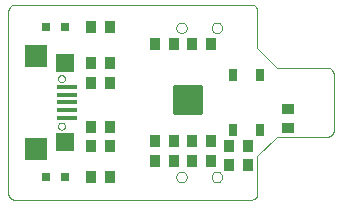
<source format=gbr>
G04 PROTEUS RS274X GERBER FILE*
%FSLAX45Y45*%
%MOMM*%
G01*
%ADD15R,1.700000X0.400000*%
%ADD16R,1.900000X1.900000*%
%ADD17R,1.500000X1.500000*%
%AMPPAD044*
4,1,36,
1.148970,-1.247470,
1.172980,-1.240200,
1.194580,-1.228650,
1.213290,-1.213290,
1.228650,-1.194570,
1.240200,-1.172980,
1.247470,-1.148970,
1.250000,-1.123000,
1.250000,1.123000,
1.247470,1.148970,
1.240200,1.172980,
1.228650,1.194570,
1.213290,1.213290,
1.194580,1.228650,
1.172980,1.240200,
1.148970,1.247470,
1.123000,1.250000,
-1.123000,1.250000,
-1.148970,1.247470,
-1.172980,1.240200,
-1.194580,1.228650,
-1.213290,1.213290,
-1.228650,1.194570,
-1.240200,1.172980,
-1.247470,1.148970,
-1.250000,1.123000,
-1.250000,-1.123000,
-1.247470,-1.148970,
-1.240200,-1.172980,
-1.228650,-1.194570,
-1.213290,-1.213290,
-1.194580,-1.228650,
-1.172980,-1.240200,
-1.148970,-1.247470,
-1.123000,-1.250000,
1.123000,-1.250000,
1.148970,-1.247470,
0*%
%ADD50PPAD044*%
%ADD23R,0.700000X1.000000*%
%ADD26R,0.900000X1.050000*%
%ADD27R,0.800000X0.800000*%
%ADD28R,1.050000X0.900000*%
%ADD29C,0.025400*%
D15*
X-101600Y+130000D03*
X-101600Y+65000D03*
X-101600Y+0D03*
X-101600Y-65000D03*
X-101600Y-130000D03*
D16*
X-361600Y-395000D03*
D17*
X-116600Y-335000D03*
X-116600Y+335000D03*
D16*
X-361600Y+395000D03*
D50*
X+928500Y+25000D03*
D23*
X+1533100Y+228600D03*
X+1533100Y-231400D03*
X+1308100Y-231400D03*
X+1308100Y+228600D03*
D26*
X+104140Y+168100D03*
X+264140Y+168100D03*
D27*
X-279320Y-634540D03*
X-114320Y-634540D03*
X-279320Y+635460D03*
X-114320Y+635460D03*
D26*
X+264140Y+333200D03*
X+104140Y+333200D03*
X+806450Y-330200D03*
X+646450Y-330200D03*
X+104140Y-634540D03*
X+264140Y-634540D03*
X+101680Y+635460D03*
X+261680Y+635460D03*
X+958850Y+495299D03*
X+1118850Y+495299D03*
X+264140Y-206550D03*
X+104140Y-206550D03*
X+264140Y-371650D03*
X+104140Y-371650D03*
X+646450Y+495299D03*
X+806450Y+495299D03*
D28*
X+1771650Y-55901D03*
X+1771650Y-215901D03*
D26*
X+1117600Y-495301D03*
X+957600Y-495301D03*
X+1117600Y-330201D03*
X+957600Y-330201D03*
X+806450Y-495301D03*
X+646450Y-495301D03*
X+1429700Y-367700D03*
X+1269700Y-367700D03*
X+1269700Y-532800D03*
X+1429700Y-532800D03*
D29*
X-116600Y-200000D02*
X-116703Y-197511D01*
X-117545Y-192531D01*
X-119305Y-187551D01*
X-122182Y-182571D01*
X-126583Y-177655D01*
X-131563Y-174041D01*
X-136543Y-171736D01*
X-141523Y-170433D01*
X-146503Y-170000D01*
X-146600Y-170000D01*
X-176600Y-200000D02*
X-176497Y-197511D01*
X-175655Y-192531D01*
X-173895Y-187551D01*
X-171018Y-182571D01*
X-166617Y-177655D01*
X-161637Y-174041D01*
X-156657Y-171736D01*
X-151677Y-170433D01*
X-146697Y-170000D01*
X-146600Y-170000D01*
X-176600Y-200000D02*
X-176497Y-202489D01*
X-175655Y-207469D01*
X-173895Y-212449D01*
X-171018Y-217429D01*
X-166617Y-222345D01*
X-161637Y-225959D01*
X-156657Y-228264D01*
X-151677Y-229567D01*
X-146697Y-230000D01*
X-146600Y-230000D01*
X-116600Y-200000D02*
X-116703Y-202489D01*
X-117545Y-207469D01*
X-119305Y-212449D01*
X-122182Y-217429D01*
X-126583Y-222345D01*
X-131563Y-225959D01*
X-136543Y-228264D01*
X-141523Y-229567D01*
X-146503Y-230000D01*
X-146600Y-230000D01*
X-116600Y+200000D02*
X-116703Y+202489D01*
X-117545Y+207469D01*
X-119305Y+212449D01*
X-122182Y+217429D01*
X-126583Y+222345D01*
X-131563Y+225959D01*
X-136543Y+228264D01*
X-141523Y+229567D01*
X-146503Y+230000D01*
X-146600Y+230000D01*
X-176600Y+200000D02*
X-176497Y+202489D01*
X-175655Y+207469D01*
X-173895Y+212449D01*
X-171018Y+217429D01*
X-166617Y+222345D01*
X-161637Y+225959D01*
X-156657Y+228264D01*
X-151677Y+229567D01*
X-146697Y+230000D01*
X-146600Y+230000D01*
X-176600Y+200000D02*
X-176497Y+197511D01*
X-175655Y+192531D01*
X-173895Y+187551D01*
X-171018Y+182571D01*
X-166617Y+177655D01*
X-161637Y+174041D01*
X-156657Y+171736D01*
X-151677Y+170433D01*
X-146697Y+170000D01*
X-146600Y+170000D01*
X-116600Y+200000D02*
X-116703Y+197511D01*
X-117545Y+192531D01*
X-119305Y+187551D01*
X-122182Y+182571D01*
X-126583Y+177655D01*
X-131563Y+174041D01*
X-136543Y+171736D01*
X-141523Y+170433D01*
X-146503Y+170000D01*
X-146600Y+170000D01*
X-596900Y-774700D02*
X-596900Y+774700D01*
X-546100Y+825500D02*
X+1460500Y+825500D01*
X-596900Y+774700D02*
X-592981Y+794693D01*
X-582216Y+810816D01*
X-566093Y+821581D01*
X-546100Y+825500D01*
X-546100Y-825500D02*
X-566093Y-821581D01*
X-582216Y-810816D01*
X-592981Y-794693D01*
X-596900Y-774700D01*
X-546100Y-825500D02*
X+1460500Y-825500D01*
X+914300Y-631600D02*
X+914145Y-627873D01*
X+912889Y-620418D01*
X+910259Y-612963D01*
X+905963Y-605508D01*
X+899393Y-598142D01*
X+891938Y-592709D01*
X+884483Y-589239D01*
X+877028Y-587269D01*
X+869573Y-586601D01*
X+869300Y-586600D01*
X+824300Y-631600D02*
X+824455Y-627873D01*
X+825711Y-620418D01*
X+828341Y-612963D01*
X+832637Y-605508D01*
X+839207Y-598142D01*
X+846662Y-592709D01*
X+854117Y-589239D01*
X+861572Y-587269D01*
X+869027Y-586601D01*
X+869300Y-586600D01*
X+824300Y-631600D02*
X+824455Y-635327D01*
X+825711Y-642782D01*
X+828341Y-650237D01*
X+832637Y-657692D01*
X+839207Y-665058D01*
X+846662Y-670491D01*
X+854117Y-673961D01*
X+861572Y-675931D01*
X+869027Y-676599D01*
X+869300Y-676600D01*
X+914300Y-631600D02*
X+914145Y-635327D01*
X+912889Y-642782D01*
X+910259Y-650237D01*
X+905963Y-657692D01*
X+899393Y-665058D01*
X+891938Y-670491D01*
X+884483Y-673961D01*
X+877028Y-675931D01*
X+869573Y-676599D01*
X+869300Y-676600D01*
X+1214300Y-631600D02*
X+1214145Y-627873D01*
X+1212889Y-620418D01*
X+1210259Y-612963D01*
X+1205963Y-605508D01*
X+1199393Y-598142D01*
X+1191938Y-592709D01*
X+1184483Y-589239D01*
X+1177028Y-587269D01*
X+1169573Y-586601D01*
X+1169300Y-586600D01*
X+1124300Y-631600D02*
X+1124455Y-627873D01*
X+1125711Y-620418D01*
X+1128341Y-612963D01*
X+1132637Y-605508D01*
X+1139207Y-598142D01*
X+1146662Y-592709D01*
X+1154117Y-589239D01*
X+1161572Y-587269D01*
X+1169027Y-586601D01*
X+1169300Y-586600D01*
X+1124300Y-631600D02*
X+1124455Y-635327D01*
X+1125711Y-642782D01*
X+1128341Y-650237D01*
X+1132637Y-657692D01*
X+1139207Y-665058D01*
X+1146662Y-670491D01*
X+1154117Y-673961D01*
X+1161572Y-675931D01*
X+1169027Y-676599D01*
X+1169300Y-676600D01*
X+1214300Y-631600D02*
X+1214145Y-635327D01*
X+1212889Y-642782D01*
X+1210259Y-650237D01*
X+1205963Y-657692D01*
X+1199393Y-665058D01*
X+1191938Y-670491D01*
X+1184483Y-673961D01*
X+1177028Y-675931D01*
X+1169573Y-676599D01*
X+1169300Y-676600D01*
X+914300Y+631600D02*
X+914145Y+635327D01*
X+912889Y+642782D01*
X+910259Y+650237D01*
X+905963Y+657692D01*
X+899393Y+665058D01*
X+891938Y+670491D01*
X+884483Y+673961D01*
X+877028Y+675931D01*
X+869573Y+676599D01*
X+869300Y+676600D01*
X+824300Y+631600D02*
X+824455Y+635327D01*
X+825711Y+642782D01*
X+828341Y+650237D01*
X+832637Y+657692D01*
X+839207Y+665058D01*
X+846662Y+670491D01*
X+854117Y+673961D01*
X+861572Y+675931D01*
X+869027Y+676599D01*
X+869300Y+676600D01*
X+824300Y+631600D02*
X+824455Y+627873D01*
X+825711Y+620418D01*
X+828341Y+612963D01*
X+832637Y+605508D01*
X+839207Y+598142D01*
X+846662Y+592709D01*
X+854117Y+589239D01*
X+861572Y+587269D01*
X+869027Y+586601D01*
X+869300Y+586600D01*
X+914300Y+631600D02*
X+914145Y+627873D01*
X+912889Y+620418D01*
X+910259Y+612963D01*
X+905963Y+605508D01*
X+899393Y+598142D01*
X+891938Y+592709D01*
X+884483Y+589239D01*
X+877028Y+587269D01*
X+869573Y+586601D01*
X+869300Y+586600D01*
X+1214300Y+631600D02*
X+1214145Y+635327D01*
X+1212889Y+642782D01*
X+1210259Y+650237D01*
X+1205963Y+657692D01*
X+1199393Y+665058D01*
X+1191938Y+670491D01*
X+1184483Y+673961D01*
X+1177028Y+675931D01*
X+1169573Y+676599D01*
X+1169300Y+676600D01*
X+1124300Y+631600D02*
X+1124455Y+635327D01*
X+1125711Y+642782D01*
X+1128341Y+650237D01*
X+1132637Y+657692D01*
X+1139207Y+665058D01*
X+1146662Y+670491D01*
X+1154117Y+673961D01*
X+1161572Y+675931D01*
X+1169027Y+676599D01*
X+1169300Y+676600D01*
X+1124300Y+631600D02*
X+1124455Y+627873D01*
X+1125711Y+620418D01*
X+1128341Y+612963D01*
X+1132637Y+605508D01*
X+1139207Y+598142D01*
X+1146662Y+592709D01*
X+1154117Y+589239D01*
X+1161572Y+587269D01*
X+1169027Y+586601D01*
X+1169300Y+586600D01*
X+1214300Y+631600D02*
X+1214145Y+627873D01*
X+1212889Y+620418D01*
X+1210259Y+612963D01*
X+1205963Y+605508D01*
X+1199393Y+598142D01*
X+1191938Y+592709D01*
X+1184483Y+589239D01*
X+1177028Y+587269D01*
X+1169573Y+586601D01*
X+1169300Y+586600D01*
X+2159000Y-241300D02*
X+2155081Y-261293D01*
X+2144316Y-277416D01*
X+2128193Y-288181D01*
X+2108200Y-292100D01*
X+2108200Y+292100D02*
X+2128193Y+288181D01*
X+2144316Y+277416D01*
X+2155081Y+261293D01*
X+2159000Y+241300D01*
X+2159000Y-241300D01*
X+2108200Y-292100D02*
X+1676400Y-292100D01*
X+1511300Y-457200D01*
X+1511300Y-774700D02*
X+1507381Y-794693D01*
X+1496616Y-810816D01*
X+1480493Y-821581D01*
X+1460500Y-825500D01*
X+1511300Y-774700D02*
X+1511300Y-457200D01*
X+1460500Y+825501D02*
X+1480493Y+821582D01*
X+1496616Y+810817D01*
X+1507381Y+794694D01*
X+1511300Y+774701D01*
X+1676400Y+292100D02*
X+1511300Y+457200D01*
X+2108200Y+292100D02*
X+1676400Y+292100D01*
X+1511300Y+457200D02*
X+1511300Y+774700D01*
M02*

</source>
